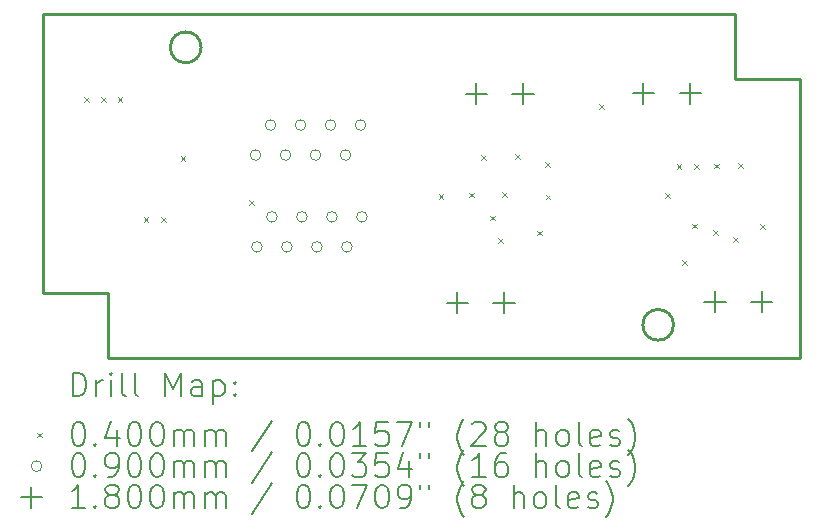
<source format=gbr>
%TF.GenerationSoftware,KiCad,Pcbnew,8.0.0-rc1*%
%TF.CreationDate,2025-03-11T15:01:52+03:00*%
%TF.ProjectId,KSS_MD_V1.0,4b53535f-4d44-45f5-9631-2e302e6b6963,rev?*%
%TF.SameCoordinates,Original*%
%TF.FileFunction,Drillmap*%
%TF.FilePolarity,Positive*%
%FSLAX45Y45*%
G04 Gerber Fmt 4.5, Leading zero omitted, Abs format (unit mm)*
G04 Created by KiCad (PCBNEW 8.0.0-rc1) date 2025-03-11 15:01:52*
%MOMM*%
%LPD*%
G01*
G04 APERTURE LIST*
%ADD10C,0.250000*%
%ADD11C,0.200000*%
%ADD12C,0.100000*%
%ADD13C,0.180000*%
G04 APERTURE END LIST*
D10*
X15726520Y-8155600D02*
X15176520Y-8155600D01*
X9316520Y-7605600D02*
X15176520Y-7605600D01*
X15176520Y-8155600D02*
X15176520Y-7605600D01*
X14651520Y-10235600D02*
G75*
G02*
X14391520Y-10235600I-130000J0D01*
G01*
X14391520Y-10235600D02*
G75*
G02*
X14651520Y-10235600I130000J0D01*
G01*
X9866520Y-9965600D02*
X9866520Y-10515600D01*
X15726520Y-8155600D02*
X15726520Y-10515600D01*
X9316520Y-9965600D02*
X9316520Y-7605600D01*
X15726520Y-10515600D02*
X9866520Y-10515600D01*
X9316520Y-9965600D02*
X9866520Y-9965600D01*
X10651520Y-7885600D02*
G75*
G02*
X10391520Y-7885600I-130000J0D01*
G01*
X10391520Y-7885600D02*
G75*
G02*
X10651520Y-7885600I130000J0D01*
G01*
D11*
D12*
X9660520Y-8306600D02*
X9700520Y-8346600D01*
X9700520Y-8306600D02*
X9660520Y-8346600D01*
X9807520Y-8308600D02*
X9847520Y-8348600D01*
X9847520Y-8308600D02*
X9807520Y-8348600D01*
X9944520Y-8305600D02*
X9984520Y-8345600D01*
X9984520Y-8305600D02*
X9944520Y-8345600D01*
X10166520Y-9325600D02*
X10206520Y-9365600D01*
X10206520Y-9325600D02*
X10166520Y-9365600D01*
X10316520Y-9325600D02*
X10356520Y-9365600D01*
X10356520Y-9325600D02*
X10316520Y-9365600D01*
X10479020Y-8808100D02*
X10519020Y-8848100D01*
X10519020Y-8808100D02*
X10479020Y-8848100D01*
X11057520Y-9179600D02*
X11097520Y-9219600D01*
X11097520Y-9179600D02*
X11057520Y-9219600D01*
X12662520Y-9128600D02*
X12702520Y-9168600D01*
X12702520Y-9128600D02*
X12662520Y-9168600D01*
X12923520Y-9115600D02*
X12963520Y-9155600D01*
X12963520Y-9115600D02*
X12923520Y-9155600D01*
X13023520Y-8798600D02*
X13063520Y-8838600D01*
X13063520Y-8798600D02*
X13023520Y-8838600D01*
X13096220Y-9311600D02*
X13136220Y-9351600D01*
X13136220Y-9311600D02*
X13096220Y-9351600D01*
X13167520Y-9500600D02*
X13207520Y-9540600D01*
X13207520Y-9500600D02*
X13167520Y-9540600D01*
X13203520Y-9112600D02*
X13243520Y-9152600D01*
X13243520Y-9112600D02*
X13203520Y-9152600D01*
X13309520Y-8789600D02*
X13349520Y-8829600D01*
X13349520Y-8789600D02*
X13309520Y-8829600D01*
X13494613Y-9437507D02*
X13534613Y-9477507D01*
X13534613Y-9437507D02*
X13494613Y-9477507D01*
X13562520Y-8857600D02*
X13602520Y-8897600D01*
X13602520Y-8857600D02*
X13562520Y-8897600D01*
X13569520Y-9133600D02*
X13609520Y-9173600D01*
X13609520Y-9133600D02*
X13569520Y-9173600D01*
X14022520Y-8366600D02*
X14062520Y-8406600D01*
X14062520Y-8366600D02*
X14022520Y-8406600D01*
X14578520Y-9120600D02*
X14618520Y-9160600D01*
X14618520Y-9120600D02*
X14578520Y-9160600D01*
X14678520Y-8873600D02*
X14718520Y-8913600D01*
X14718520Y-8873600D02*
X14678520Y-8913600D01*
X14722520Y-9690600D02*
X14762520Y-9730600D01*
X14762520Y-9690600D02*
X14722520Y-9730600D01*
X14810520Y-9377600D02*
X14850520Y-9417600D01*
X14850520Y-9377600D02*
X14810520Y-9417600D01*
X14826520Y-8873600D02*
X14866520Y-8913600D01*
X14866520Y-8873600D02*
X14826520Y-8913600D01*
X14988520Y-9432600D02*
X15028520Y-9472600D01*
X15028520Y-9432600D02*
X14988520Y-9472600D01*
X14998520Y-8870600D02*
X15038520Y-8910600D01*
X15038520Y-8870600D02*
X14998520Y-8910600D01*
X15157475Y-9490458D02*
X15197475Y-9530458D01*
X15197475Y-9490458D02*
X15157475Y-9530458D01*
X15196520Y-8867600D02*
X15236520Y-8907600D01*
X15236520Y-8867600D02*
X15196520Y-8907600D01*
X15384520Y-9381600D02*
X15424520Y-9421600D01*
X15424520Y-9381600D02*
X15384520Y-9421600D01*
X11158450Y-8797860D02*
G75*
G02*
X11068450Y-8797860I-45000J0D01*
G01*
X11068450Y-8797860D02*
G75*
G02*
X11158450Y-8797860I45000J0D01*
G01*
X11169250Y-9575000D02*
G75*
G02*
X11079250Y-9575000I-45000J0D01*
G01*
X11079250Y-9575000D02*
G75*
G02*
X11169250Y-9575000I45000J0D01*
G01*
X11285450Y-8543860D02*
G75*
G02*
X11195450Y-8543860I-45000J0D01*
G01*
X11195450Y-8543860D02*
G75*
G02*
X11285450Y-8543860I45000J0D01*
G01*
X11296250Y-9321000D02*
G75*
G02*
X11206250Y-9321000I-45000J0D01*
G01*
X11206250Y-9321000D02*
G75*
G02*
X11296250Y-9321000I45000J0D01*
G01*
X11412450Y-8797860D02*
G75*
G02*
X11322450Y-8797860I-45000J0D01*
G01*
X11322450Y-8797860D02*
G75*
G02*
X11412450Y-8797860I45000J0D01*
G01*
X11423250Y-9575000D02*
G75*
G02*
X11333250Y-9575000I-45000J0D01*
G01*
X11333250Y-9575000D02*
G75*
G02*
X11423250Y-9575000I45000J0D01*
G01*
X11539450Y-8543860D02*
G75*
G02*
X11449450Y-8543860I-45000J0D01*
G01*
X11449450Y-8543860D02*
G75*
G02*
X11539450Y-8543860I45000J0D01*
G01*
X11550250Y-9321000D02*
G75*
G02*
X11460250Y-9321000I-45000J0D01*
G01*
X11460250Y-9321000D02*
G75*
G02*
X11550250Y-9321000I45000J0D01*
G01*
X11666450Y-8797860D02*
G75*
G02*
X11576450Y-8797860I-45000J0D01*
G01*
X11576450Y-8797860D02*
G75*
G02*
X11666450Y-8797860I45000J0D01*
G01*
X11677250Y-9575000D02*
G75*
G02*
X11587250Y-9575000I-45000J0D01*
G01*
X11587250Y-9575000D02*
G75*
G02*
X11677250Y-9575000I45000J0D01*
G01*
X11793450Y-8543860D02*
G75*
G02*
X11703450Y-8543860I-45000J0D01*
G01*
X11703450Y-8543860D02*
G75*
G02*
X11793450Y-8543860I45000J0D01*
G01*
X11804250Y-9321000D02*
G75*
G02*
X11714250Y-9321000I-45000J0D01*
G01*
X11714250Y-9321000D02*
G75*
G02*
X11804250Y-9321000I45000J0D01*
G01*
X11920450Y-8797860D02*
G75*
G02*
X11830450Y-8797860I-45000J0D01*
G01*
X11830450Y-8797860D02*
G75*
G02*
X11920450Y-8797860I45000J0D01*
G01*
X11931250Y-9575000D02*
G75*
G02*
X11841250Y-9575000I-45000J0D01*
G01*
X11841250Y-9575000D02*
G75*
G02*
X11931250Y-9575000I45000J0D01*
G01*
X12047450Y-8543860D02*
G75*
G02*
X11957450Y-8543860I-45000J0D01*
G01*
X11957450Y-8543860D02*
G75*
G02*
X12047450Y-8543860I45000J0D01*
G01*
X12058250Y-9321000D02*
G75*
G02*
X11968250Y-9321000I-45000J0D01*
G01*
X11968250Y-9321000D02*
G75*
G02*
X12058250Y-9321000I45000J0D01*
G01*
D13*
X12821520Y-9956600D02*
X12821520Y-10136600D01*
X12731520Y-10046600D02*
X12911520Y-10046600D01*
X12982060Y-8187940D02*
X12982060Y-8367940D01*
X12892060Y-8277940D02*
X13072060Y-8277940D01*
X13217520Y-9956600D02*
X13217520Y-10136600D01*
X13127520Y-10046600D02*
X13307520Y-10046600D01*
X13378060Y-8187940D02*
X13378060Y-8367940D01*
X13288060Y-8277940D02*
X13468060Y-8277940D01*
X14396720Y-8185400D02*
X14396720Y-8365400D01*
X14306720Y-8275400D02*
X14486720Y-8275400D01*
X14792720Y-8185400D02*
X14792720Y-8365400D01*
X14702720Y-8275400D02*
X14882720Y-8275400D01*
X15002520Y-9950600D02*
X15002520Y-10130600D01*
X14912520Y-10040600D02*
X15092520Y-10040600D01*
X15398520Y-9950600D02*
X15398520Y-10130600D01*
X15308520Y-10040600D02*
X15488520Y-10040600D01*
D11*
X9564797Y-10839584D02*
X9564797Y-10639584D01*
X9564797Y-10639584D02*
X9612416Y-10639584D01*
X9612416Y-10639584D02*
X9640987Y-10649108D01*
X9640987Y-10649108D02*
X9660035Y-10668155D01*
X9660035Y-10668155D02*
X9669559Y-10687203D01*
X9669559Y-10687203D02*
X9679083Y-10725298D01*
X9679083Y-10725298D02*
X9679083Y-10753870D01*
X9679083Y-10753870D02*
X9669559Y-10791965D01*
X9669559Y-10791965D02*
X9660035Y-10811012D01*
X9660035Y-10811012D02*
X9640987Y-10830060D01*
X9640987Y-10830060D02*
X9612416Y-10839584D01*
X9612416Y-10839584D02*
X9564797Y-10839584D01*
X9764797Y-10839584D02*
X9764797Y-10706250D01*
X9764797Y-10744346D02*
X9774321Y-10725298D01*
X9774321Y-10725298D02*
X9783844Y-10715774D01*
X9783844Y-10715774D02*
X9802892Y-10706250D01*
X9802892Y-10706250D02*
X9821940Y-10706250D01*
X9888606Y-10839584D02*
X9888606Y-10706250D01*
X9888606Y-10639584D02*
X9879083Y-10649108D01*
X9879083Y-10649108D02*
X9888606Y-10658631D01*
X9888606Y-10658631D02*
X9898130Y-10649108D01*
X9898130Y-10649108D02*
X9888606Y-10639584D01*
X9888606Y-10639584D02*
X9888606Y-10658631D01*
X10012416Y-10839584D02*
X9993368Y-10830060D01*
X9993368Y-10830060D02*
X9983844Y-10811012D01*
X9983844Y-10811012D02*
X9983844Y-10639584D01*
X10117178Y-10839584D02*
X10098130Y-10830060D01*
X10098130Y-10830060D02*
X10088606Y-10811012D01*
X10088606Y-10811012D02*
X10088606Y-10639584D01*
X10345749Y-10839584D02*
X10345749Y-10639584D01*
X10345749Y-10639584D02*
X10412416Y-10782441D01*
X10412416Y-10782441D02*
X10479083Y-10639584D01*
X10479083Y-10639584D02*
X10479083Y-10839584D01*
X10660035Y-10839584D02*
X10660035Y-10734822D01*
X10660035Y-10734822D02*
X10650511Y-10715774D01*
X10650511Y-10715774D02*
X10631464Y-10706250D01*
X10631464Y-10706250D02*
X10593368Y-10706250D01*
X10593368Y-10706250D02*
X10574321Y-10715774D01*
X10660035Y-10830060D02*
X10640987Y-10839584D01*
X10640987Y-10839584D02*
X10593368Y-10839584D01*
X10593368Y-10839584D02*
X10574321Y-10830060D01*
X10574321Y-10830060D02*
X10564797Y-10811012D01*
X10564797Y-10811012D02*
X10564797Y-10791965D01*
X10564797Y-10791965D02*
X10574321Y-10772917D01*
X10574321Y-10772917D02*
X10593368Y-10763393D01*
X10593368Y-10763393D02*
X10640987Y-10763393D01*
X10640987Y-10763393D02*
X10660035Y-10753870D01*
X10755273Y-10706250D02*
X10755273Y-10906250D01*
X10755273Y-10715774D02*
X10774321Y-10706250D01*
X10774321Y-10706250D02*
X10812416Y-10706250D01*
X10812416Y-10706250D02*
X10831464Y-10715774D01*
X10831464Y-10715774D02*
X10840987Y-10725298D01*
X10840987Y-10725298D02*
X10850511Y-10744346D01*
X10850511Y-10744346D02*
X10850511Y-10801489D01*
X10850511Y-10801489D02*
X10840987Y-10820536D01*
X10840987Y-10820536D02*
X10831464Y-10830060D01*
X10831464Y-10830060D02*
X10812416Y-10839584D01*
X10812416Y-10839584D02*
X10774321Y-10839584D01*
X10774321Y-10839584D02*
X10755273Y-10830060D01*
X10936225Y-10820536D02*
X10945749Y-10830060D01*
X10945749Y-10830060D02*
X10936225Y-10839584D01*
X10936225Y-10839584D02*
X10926702Y-10830060D01*
X10926702Y-10830060D02*
X10936225Y-10820536D01*
X10936225Y-10820536D02*
X10936225Y-10839584D01*
X10936225Y-10715774D02*
X10945749Y-10725298D01*
X10945749Y-10725298D02*
X10936225Y-10734822D01*
X10936225Y-10734822D02*
X10926702Y-10725298D01*
X10926702Y-10725298D02*
X10936225Y-10715774D01*
X10936225Y-10715774D02*
X10936225Y-10734822D01*
D12*
X9264020Y-11148100D02*
X9304020Y-11188100D01*
X9304020Y-11148100D02*
X9264020Y-11188100D01*
D11*
X9602892Y-11059584D02*
X9621940Y-11059584D01*
X9621940Y-11059584D02*
X9640987Y-11069108D01*
X9640987Y-11069108D02*
X9650511Y-11078631D01*
X9650511Y-11078631D02*
X9660035Y-11097679D01*
X9660035Y-11097679D02*
X9669559Y-11135774D01*
X9669559Y-11135774D02*
X9669559Y-11183393D01*
X9669559Y-11183393D02*
X9660035Y-11221488D01*
X9660035Y-11221488D02*
X9650511Y-11240536D01*
X9650511Y-11240536D02*
X9640987Y-11250060D01*
X9640987Y-11250060D02*
X9621940Y-11259584D01*
X9621940Y-11259584D02*
X9602892Y-11259584D01*
X9602892Y-11259584D02*
X9583844Y-11250060D01*
X9583844Y-11250060D02*
X9574321Y-11240536D01*
X9574321Y-11240536D02*
X9564797Y-11221488D01*
X9564797Y-11221488D02*
X9555273Y-11183393D01*
X9555273Y-11183393D02*
X9555273Y-11135774D01*
X9555273Y-11135774D02*
X9564797Y-11097679D01*
X9564797Y-11097679D02*
X9574321Y-11078631D01*
X9574321Y-11078631D02*
X9583844Y-11069108D01*
X9583844Y-11069108D02*
X9602892Y-11059584D01*
X9755273Y-11240536D02*
X9764797Y-11250060D01*
X9764797Y-11250060D02*
X9755273Y-11259584D01*
X9755273Y-11259584D02*
X9745749Y-11250060D01*
X9745749Y-11250060D02*
X9755273Y-11240536D01*
X9755273Y-11240536D02*
X9755273Y-11259584D01*
X9936225Y-11126250D02*
X9936225Y-11259584D01*
X9888606Y-11050060D02*
X9840987Y-11192917D01*
X9840987Y-11192917D02*
X9964797Y-11192917D01*
X10079083Y-11059584D02*
X10098130Y-11059584D01*
X10098130Y-11059584D02*
X10117178Y-11069108D01*
X10117178Y-11069108D02*
X10126702Y-11078631D01*
X10126702Y-11078631D02*
X10136225Y-11097679D01*
X10136225Y-11097679D02*
X10145749Y-11135774D01*
X10145749Y-11135774D02*
X10145749Y-11183393D01*
X10145749Y-11183393D02*
X10136225Y-11221488D01*
X10136225Y-11221488D02*
X10126702Y-11240536D01*
X10126702Y-11240536D02*
X10117178Y-11250060D01*
X10117178Y-11250060D02*
X10098130Y-11259584D01*
X10098130Y-11259584D02*
X10079083Y-11259584D01*
X10079083Y-11259584D02*
X10060035Y-11250060D01*
X10060035Y-11250060D02*
X10050511Y-11240536D01*
X10050511Y-11240536D02*
X10040987Y-11221488D01*
X10040987Y-11221488D02*
X10031464Y-11183393D01*
X10031464Y-11183393D02*
X10031464Y-11135774D01*
X10031464Y-11135774D02*
X10040987Y-11097679D01*
X10040987Y-11097679D02*
X10050511Y-11078631D01*
X10050511Y-11078631D02*
X10060035Y-11069108D01*
X10060035Y-11069108D02*
X10079083Y-11059584D01*
X10269559Y-11059584D02*
X10288606Y-11059584D01*
X10288606Y-11059584D02*
X10307654Y-11069108D01*
X10307654Y-11069108D02*
X10317178Y-11078631D01*
X10317178Y-11078631D02*
X10326702Y-11097679D01*
X10326702Y-11097679D02*
X10336225Y-11135774D01*
X10336225Y-11135774D02*
X10336225Y-11183393D01*
X10336225Y-11183393D02*
X10326702Y-11221488D01*
X10326702Y-11221488D02*
X10317178Y-11240536D01*
X10317178Y-11240536D02*
X10307654Y-11250060D01*
X10307654Y-11250060D02*
X10288606Y-11259584D01*
X10288606Y-11259584D02*
X10269559Y-11259584D01*
X10269559Y-11259584D02*
X10250511Y-11250060D01*
X10250511Y-11250060D02*
X10240987Y-11240536D01*
X10240987Y-11240536D02*
X10231464Y-11221488D01*
X10231464Y-11221488D02*
X10221940Y-11183393D01*
X10221940Y-11183393D02*
X10221940Y-11135774D01*
X10221940Y-11135774D02*
X10231464Y-11097679D01*
X10231464Y-11097679D02*
X10240987Y-11078631D01*
X10240987Y-11078631D02*
X10250511Y-11069108D01*
X10250511Y-11069108D02*
X10269559Y-11059584D01*
X10421940Y-11259584D02*
X10421940Y-11126250D01*
X10421940Y-11145298D02*
X10431464Y-11135774D01*
X10431464Y-11135774D02*
X10450511Y-11126250D01*
X10450511Y-11126250D02*
X10479083Y-11126250D01*
X10479083Y-11126250D02*
X10498130Y-11135774D01*
X10498130Y-11135774D02*
X10507654Y-11154822D01*
X10507654Y-11154822D02*
X10507654Y-11259584D01*
X10507654Y-11154822D02*
X10517178Y-11135774D01*
X10517178Y-11135774D02*
X10536225Y-11126250D01*
X10536225Y-11126250D02*
X10564797Y-11126250D01*
X10564797Y-11126250D02*
X10583845Y-11135774D01*
X10583845Y-11135774D02*
X10593368Y-11154822D01*
X10593368Y-11154822D02*
X10593368Y-11259584D01*
X10688606Y-11259584D02*
X10688606Y-11126250D01*
X10688606Y-11145298D02*
X10698130Y-11135774D01*
X10698130Y-11135774D02*
X10717178Y-11126250D01*
X10717178Y-11126250D02*
X10745749Y-11126250D01*
X10745749Y-11126250D02*
X10764797Y-11135774D01*
X10764797Y-11135774D02*
X10774321Y-11154822D01*
X10774321Y-11154822D02*
X10774321Y-11259584D01*
X10774321Y-11154822D02*
X10783845Y-11135774D01*
X10783845Y-11135774D02*
X10802892Y-11126250D01*
X10802892Y-11126250D02*
X10831464Y-11126250D01*
X10831464Y-11126250D02*
X10850511Y-11135774D01*
X10850511Y-11135774D02*
X10860035Y-11154822D01*
X10860035Y-11154822D02*
X10860035Y-11259584D01*
X11250511Y-11050060D02*
X11079083Y-11307203D01*
X11507654Y-11059584D02*
X11526702Y-11059584D01*
X11526702Y-11059584D02*
X11545749Y-11069108D01*
X11545749Y-11069108D02*
X11555273Y-11078631D01*
X11555273Y-11078631D02*
X11564797Y-11097679D01*
X11564797Y-11097679D02*
X11574321Y-11135774D01*
X11574321Y-11135774D02*
X11574321Y-11183393D01*
X11574321Y-11183393D02*
X11564797Y-11221488D01*
X11564797Y-11221488D02*
X11555273Y-11240536D01*
X11555273Y-11240536D02*
X11545749Y-11250060D01*
X11545749Y-11250060D02*
X11526702Y-11259584D01*
X11526702Y-11259584D02*
X11507654Y-11259584D01*
X11507654Y-11259584D02*
X11488606Y-11250060D01*
X11488606Y-11250060D02*
X11479083Y-11240536D01*
X11479083Y-11240536D02*
X11469559Y-11221488D01*
X11469559Y-11221488D02*
X11460035Y-11183393D01*
X11460035Y-11183393D02*
X11460035Y-11135774D01*
X11460035Y-11135774D02*
X11469559Y-11097679D01*
X11469559Y-11097679D02*
X11479083Y-11078631D01*
X11479083Y-11078631D02*
X11488606Y-11069108D01*
X11488606Y-11069108D02*
X11507654Y-11059584D01*
X11660035Y-11240536D02*
X11669559Y-11250060D01*
X11669559Y-11250060D02*
X11660035Y-11259584D01*
X11660035Y-11259584D02*
X11650511Y-11250060D01*
X11650511Y-11250060D02*
X11660035Y-11240536D01*
X11660035Y-11240536D02*
X11660035Y-11259584D01*
X11793368Y-11059584D02*
X11812416Y-11059584D01*
X11812416Y-11059584D02*
X11831464Y-11069108D01*
X11831464Y-11069108D02*
X11840987Y-11078631D01*
X11840987Y-11078631D02*
X11850511Y-11097679D01*
X11850511Y-11097679D02*
X11860035Y-11135774D01*
X11860035Y-11135774D02*
X11860035Y-11183393D01*
X11860035Y-11183393D02*
X11850511Y-11221488D01*
X11850511Y-11221488D02*
X11840987Y-11240536D01*
X11840987Y-11240536D02*
X11831464Y-11250060D01*
X11831464Y-11250060D02*
X11812416Y-11259584D01*
X11812416Y-11259584D02*
X11793368Y-11259584D01*
X11793368Y-11259584D02*
X11774321Y-11250060D01*
X11774321Y-11250060D02*
X11764797Y-11240536D01*
X11764797Y-11240536D02*
X11755273Y-11221488D01*
X11755273Y-11221488D02*
X11745749Y-11183393D01*
X11745749Y-11183393D02*
X11745749Y-11135774D01*
X11745749Y-11135774D02*
X11755273Y-11097679D01*
X11755273Y-11097679D02*
X11764797Y-11078631D01*
X11764797Y-11078631D02*
X11774321Y-11069108D01*
X11774321Y-11069108D02*
X11793368Y-11059584D01*
X12050511Y-11259584D02*
X11936226Y-11259584D01*
X11993368Y-11259584D02*
X11993368Y-11059584D01*
X11993368Y-11059584D02*
X11974321Y-11088155D01*
X11974321Y-11088155D02*
X11955273Y-11107203D01*
X11955273Y-11107203D02*
X11936226Y-11116727D01*
X12231464Y-11059584D02*
X12136226Y-11059584D01*
X12136226Y-11059584D02*
X12126702Y-11154822D01*
X12126702Y-11154822D02*
X12136226Y-11145298D01*
X12136226Y-11145298D02*
X12155273Y-11135774D01*
X12155273Y-11135774D02*
X12202892Y-11135774D01*
X12202892Y-11135774D02*
X12221940Y-11145298D01*
X12221940Y-11145298D02*
X12231464Y-11154822D01*
X12231464Y-11154822D02*
X12240987Y-11173870D01*
X12240987Y-11173870D02*
X12240987Y-11221488D01*
X12240987Y-11221488D02*
X12231464Y-11240536D01*
X12231464Y-11240536D02*
X12221940Y-11250060D01*
X12221940Y-11250060D02*
X12202892Y-11259584D01*
X12202892Y-11259584D02*
X12155273Y-11259584D01*
X12155273Y-11259584D02*
X12136226Y-11250060D01*
X12136226Y-11250060D02*
X12126702Y-11240536D01*
X12307654Y-11059584D02*
X12440987Y-11059584D01*
X12440987Y-11059584D02*
X12355273Y-11259584D01*
X12507654Y-11059584D02*
X12507654Y-11097679D01*
X12583845Y-11059584D02*
X12583845Y-11097679D01*
X12879083Y-11335774D02*
X12869559Y-11326250D01*
X12869559Y-11326250D02*
X12850511Y-11297679D01*
X12850511Y-11297679D02*
X12840988Y-11278631D01*
X12840988Y-11278631D02*
X12831464Y-11250060D01*
X12831464Y-11250060D02*
X12821940Y-11202441D01*
X12821940Y-11202441D02*
X12821940Y-11164346D01*
X12821940Y-11164346D02*
X12831464Y-11116727D01*
X12831464Y-11116727D02*
X12840988Y-11088155D01*
X12840988Y-11088155D02*
X12850511Y-11069108D01*
X12850511Y-11069108D02*
X12869559Y-11040536D01*
X12869559Y-11040536D02*
X12879083Y-11031012D01*
X12945749Y-11078631D02*
X12955273Y-11069108D01*
X12955273Y-11069108D02*
X12974321Y-11059584D01*
X12974321Y-11059584D02*
X13021940Y-11059584D01*
X13021940Y-11059584D02*
X13040988Y-11069108D01*
X13040988Y-11069108D02*
X13050511Y-11078631D01*
X13050511Y-11078631D02*
X13060035Y-11097679D01*
X13060035Y-11097679D02*
X13060035Y-11116727D01*
X13060035Y-11116727D02*
X13050511Y-11145298D01*
X13050511Y-11145298D02*
X12936226Y-11259584D01*
X12936226Y-11259584D02*
X13060035Y-11259584D01*
X13174321Y-11145298D02*
X13155273Y-11135774D01*
X13155273Y-11135774D02*
X13145749Y-11126250D01*
X13145749Y-11126250D02*
X13136226Y-11107203D01*
X13136226Y-11107203D02*
X13136226Y-11097679D01*
X13136226Y-11097679D02*
X13145749Y-11078631D01*
X13145749Y-11078631D02*
X13155273Y-11069108D01*
X13155273Y-11069108D02*
X13174321Y-11059584D01*
X13174321Y-11059584D02*
X13212416Y-11059584D01*
X13212416Y-11059584D02*
X13231464Y-11069108D01*
X13231464Y-11069108D02*
X13240988Y-11078631D01*
X13240988Y-11078631D02*
X13250511Y-11097679D01*
X13250511Y-11097679D02*
X13250511Y-11107203D01*
X13250511Y-11107203D02*
X13240988Y-11126250D01*
X13240988Y-11126250D02*
X13231464Y-11135774D01*
X13231464Y-11135774D02*
X13212416Y-11145298D01*
X13212416Y-11145298D02*
X13174321Y-11145298D01*
X13174321Y-11145298D02*
X13155273Y-11154822D01*
X13155273Y-11154822D02*
X13145749Y-11164346D01*
X13145749Y-11164346D02*
X13136226Y-11183393D01*
X13136226Y-11183393D02*
X13136226Y-11221488D01*
X13136226Y-11221488D02*
X13145749Y-11240536D01*
X13145749Y-11240536D02*
X13155273Y-11250060D01*
X13155273Y-11250060D02*
X13174321Y-11259584D01*
X13174321Y-11259584D02*
X13212416Y-11259584D01*
X13212416Y-11259584D02*
X13231464Y-11250060D01*
X13231464Y-11250060D02*
X13240988Y-11240536D01*
X13240988Y-11240536D02*
X13250511Y-11221488D01*
X13250511Y-11221488D02*
X13250511Y-11183393D01*
X13250511Y-11183393D02*
X13240988Y-11164346D01*
X13240988Y-11164346D02*
X13231464Y-11154822D01*
X13231464Y-11154822D02*
X13212416Y-11145298D01*
X13488607Y-11259584D02*
X13488607Y-11059584D01*
X13574321Y-11259584D02*
X13574321Y-11154822D01*
X13574321Y-11154822D02*
X13564797Y-11135774D01*
X13564797Y-11135774D02*
X13545750Y-11126250D01*
X13545750Y-11126250D02*
X13517178Y-11126250D01*
X13517178Y-11126250D02*
X13498130Y-11135774D01*
X13498130Y-11135774D02*
X13488607Y-11145298D01*
X13698130Y-11259584D02*
X13679083Y-11250060D01*
X13679083Y-11250060D02*
X13669559Y-11240536D01*
X13669559Y-11240536D02*
X13660035Y-11221488D01*
X13660035Y-11221488D02*
X13660035Y-11164346D01*
X13660035Y-11164346D02*
X13669559Y-11145298D01*
X13669559Y-11145298D02*
X13679083Y-11135774D01*
X13679083Y-11135774D02*
X13698130Y-11126250D01*
X13698130Y-11126250D02*
X13726702Y-11126250D01*
X13726702Y-11126250D02*
X13745750Y-11135774D01*
X13745750Y-11135774D02*
X13755273Y-11145298D01*
X13755273Y-11145298D02*
X13764797Y-11164346D01*
X13764797Y-11164346D02*
X13764797Y-11221488D01*
X13764797Y-11221488D02*
X13755273Y-11240536D01*
X13755273Y-11240536D02*
X13745750Y-11250060D01*
X13745750Y-11250060D02*
X13726702Y-11259584D01*
X13726702Y-11259584D02*
X13698130Y-11259584D01*
X13879083Y-11259584D02*
X13860035Y-11250060D01*
X13860035Y-11250060D02*
X13850511Y-11231012D01*
X13850511Y-11231012D02*
X13850511Y-11059584D01*
X14031464Y-11250060D02*
X14012416Y-11259584D01*
X14012416Y-11259584D02*
X13974321Y-11259584D01*
X13974321Y-11259584D02*
X13955273Y-11250060D01*
X13955273Y-11250060D02*
X13945750Y-11231012D01*
X13945750Y-11231012D02*
X13945750Y-11154822D01*
X13945750Y-11154822D02*
X13955273Y-11135774D01*
X13955273Y-11135774D02*
X13974321Y-11126250D01*
X13974321Y-11126250D02*
X14012416Y-11126250D01*
X14012416Y-11126250D02*
X14031464Y-11135774D01*
X14031464Y-11135774D02*
X14040988Y-11154822D01*
X14040988Y-11154822D02*
X14040988Y-11173870D01*
X14040988Y-11173870D02*
X13945750Y-11192917D01*
X14117178Y-11250060D02*
X14136226Y-11259584D01*
X14136226Y-11259584D02*
X14174321Y-11259584D01*
X14174321Y-11259584D02*
X14193369Y-11250060D01*
X14193369Y-11250060D02*
X14202892Y-11231012D01*
X14202892Y-11231012D02*
X14202892Y-11221488D01*
X14202892Y-11221488D02*
X14193369Y-11202441D01*
X14193369Y-11202441D02*
X14174321Y-11192917D01*
X14174321Y-11192917D02*
X14145750Y-11192917D01*
X14145750Y-11192917D02*
X14126702Y-11183393D01*
X14126702Y-11183393D02*
X14117178Y-11164346D01*
X14117178Y-11164346D02*
X14117178Y-11154822D01*
X14117178Y-11154822D02*
X14126702Y-11135774D01*
X14126702Y-11135774D02*
X14145750Y-11126250D01*
X14145750Y-11126250D02*
X14174321Y-11126250D01*
X14174321Y-11126250D02*
X14193369Y-11135774D01*
X14269559Y-11335774D02*
X14279083Y-11326250D01*
X14279083Y-11326250D02*
X14298131Y-11297679D01*
X14298131Y-11297679D02*
X14307654Y-11278631D01*
X14307654Y-11278631D02*
X14317178Y-11250060D01*
X14317178Y-11250060D02*
X14326702Y-11202441D01*
X14326702Y-11202441D02*
X14326702Y-11164346D01*
X14326702Y-11164346D02*
X14317178Y-11116727D01*
X14317178Y-11116727D02*
X14307654Y-11088155D01*
X14307654Y-11088155D02*
X14298131Y-11069108D01*
X14298131Y-11069108D02*
X14279083Y-11040536D01*
X14279083Y-11040536D02*
X14269559Y-11031012D01*
D12*
X9304020Y-11432100D02*
G75*
G02*
X9214020Y-11432100I-45000J0D01*
G01*
X9214020Y-11432100D02*
G75*
G02*
X9304020Y-11432100I45000J0D01*
G01*
D11*
X9602892Y-11323584D02*
X9621940Y-11323584D01*
X9621940Y-11323584D02*
X9640987Y-11333108D01*
X9640987Y-11333108D02*
X9650511Y-11342631D01*
X9650511Y-11342631D02*
X9660035Y-11361679D01*
X9660035Y-11361679D02*
X9669559Y-11399774D01*
X9669559Y-11399774D02*
X9669559Y-11447393D01*
X9669559Y-11447393D02*
X9660035Y-11485488D01*
X9660035Y-11485488D02*
X9650511Y-11504536D01*
X9650511Y-11504536D02*
X9640987Y-11514060D01*
X9640987Y-11514060D02*
X9621940Y-11523584D01*
X9621940Y-11523584D02*
X9602892Y-11523584D01*
X9602892Y-11523584D02*
X9583844Y-11514060D01*
X9583844Y-11514060D02*
X9574321Y-11504536D01*
X9574321Y-11504536D02*
X9564797Y-11485488D01*
X9564797Y-11485488D02*
X9555273Y-11447393D01*
X9555273Y-11447393D02*
X9555273Y-11399774D01*
X9555273Y-11399774D02*
X9564797Y-11361679D01*
X9564797Y-11361679D02*
X9574321Y-11342631D01*
X9574321Y-11342631D02*
X9583844Y-11333108D01*
X9583844Y-11333108D02*
X9602892Y-11323584D01*
X9755273Y-11504536D02*
X9764797Y-11514060D01*
X9764797Y-11514060D02*
X9755273Y-11523584D01*
X9755273Y-11523584D02*
X9745749Y-11514060D01*
X9745749Y-11514060D02*
X9755273Y-11504536D01*
X9755273Y-11504536D02*
X9755273Y-11523584D01*
X9860035Y-11523584D02*
X9898130Y-11523584D01*
X9898130Y-11523584D02*
X9917178Y-11514060D01*
X9917178Y-11514060D02*
X9926702Y-11504536D01*
X9926702Y-11504536D02*
X9945749Y-11475965D01*
X9945749Y-11475965D02*
X9955273Y-11437869D01*
X9955273Y-11437869D02*
X9955273Y-11361679D01*
X9955273Y-11361679D02*
X9945749Y-11342631D01*
X9945749Y-11342631D02*
X9936225Y-11333108D01*
X9936225Y-11333108D02*
X9917178Y-11323584D01*
X9917178Y-11323584D02*
X9879083Y-11323584D01*
X9879083Y-11323584D02*
X9860035Y-11333108D01*
X9860035Y-11333108D02*
X9850511Y-11342631D01*
X9850511Y-11342631D02*
X9840987Y-11361679D01*
X9840987Y-11361679D02*
X9840987Y-11409298D01*
X9840987Y-11409298D02*
X9850511Y-11428346D01*
X9850511Y-11428346D02*
X9860035Y-11437869D01*
X9860035Y-11437869D02*
X9879083Y-11447393D01*
X9879083Y-11447393D02*
X9917178Y-11447393D01*
X9917178Y-11447393D02*
X9936225Y-11437869D01*
X9936225Y-11437869D02*
X9945749Y-11428346D01*
X9945749Y-11428346D02*
X9955273Y-11409298D01*
X10079083Y-11323584D02*
X10098130Y-11323584D01*
X10098130Y-11323584D02*
X10117178Y-11333108D01*
X10117178Y-11333108D02*
X10126702Y-11342631D01*
X10126702Y-11342631D02*
X10136225Y-11361679D01*
X10136225Y-11361679D02*
X10145749Y-11399774D01*
X10145749Y-11399774D02*
X10145749Y-11447393D01*
X10145749Y-11447393D02*
X10136225Y-11485488D01*
X10136225Y-11485488D02*
X10126702Y-11504536D01*
X10126702Y-11504536D02*
X10117178Y-11514060D01*
X10117178Y-11514060D02*
X10098130Y-11523584D01*
X10098130Y-11523584D02*
X10079083Y-11523584D01*
X10079083Y-11523584D02*
X10060035Y-11514060D01*
X10060035Y-11514060D02*
X10050511Y-11504536D01*
X10050511Y-11504536D02*
X10040987Y-11485488D01*
X10040987Y-11485488D02*
X10031464Y-11447393D01*
X10031464Y-11447393D02*
X10031464Y-11399774D01*
X10031464Y-11399774D02*
X10040987Y-11361679D01*
X10040987Y-11361679D02*
X10050511Y-11342631D01*
X10050511Y-11342631D02*
X10060035Y-11333108D01*
X10060035Y-11333108D02*
X10079083Y-11323584D01*
X10269559Y-11323584D02*
X10288606Y-11323584D01*
X10288606Y-11323584D02*
X10307654Y-11333108D01*
X10307654Y-11333108D02*
X10317178Y-11342631D01*
X10317178Y-11342631D02*
X10326702Y-11361679D01*
X10326702Y-11361679D02*
X10336225Y-11399774D01*
X10336225Y-11399774D02*
X10336225Y-11447393D01*
X10336225Y-11447393D02*
X10326702Y-11485488D01*
X10326702Y-11485488D02*
X10317178Y-11504536D01*
X10317178Y-11504536D02*
X10307654Y-11514060D01*
X10307654Y-11514060D02*
X10288606Y-11523584D01*
X10288606Y-11523584D02*
X10269559Y-11523584D01*
X10269559Y-11523584D02*
X10250511Y-11514060D01*
X10250511Y-11514060D02*
X10240987Y-11504536D01*
X10240987Y-11504536D02*
X10231464Y-11485488D01*
X10231464Y-11485488D02*
X10221940Y-11447393D01*
X10221940Y-11447393D02*
X10221940Y-11399774D01*
X10221940Y-11399774D02*
X10231464Y-11361679D01*
X10231464Y-11361679D02*
X10240987Y-11342631D01*
X10240987Y-11342631D02*
X10250511Y-11333108D01*
X10250511Y-11333108D02*
X10269559Y-11323584D01*
X10421940Y-11523584D02*
X10421940Y-11390250D01*
X10421940Y-11409298D02*
X10431464Y-11399774D01*
X10431464Y-11399774D02*
X10450511Y-11390250D01*
X10450511Y-11390250D02*
X10479083Y-11390250D01*
X10479083Y-11390250D02*
X10498130Y-11399774D01*
X10498130Y-11399774D02*
X10507654Y-11418822D01*
X10507654Y-11418822D02*
X10507654Y-11523584D01*
X10507654Y-11418822D02*
X10517178Y-11399774D01*
X10517178Y-11399774D02*
X10536225Y-11390250D01*
X10536225Y-11390250D02*
X10564797Y-11390250D01*
X10564797Y-11390250D02*
X10583845Y-11399774D01*
X10583845Y-11399774D02*
X10593368Y-11418822D01*
X10593368Y-11418822D02*
X10593368Y-11523584D01*
X10688606Y-11523584D02*
X10688606Y-11390250D01*
X10688606Y-11409298D02*
X10698130Y-11399774D01*
X10698130Y-11399774D02*
X10717178Y-11390250D01*
X10717178Y-11390250D02*
X10745749Y-11390250D01*
X10745749Y-11390250D02*
X10764797Y-11399774D01*
X10764797Y-11399774D02*
X10774321Y-11418822D01*
X10774321Y-11418822D02*
X10774321Y-11523584D01*
X10774321Y-11418822D02*
X10783845Y-11399774D01*
X10783845Y-11399774D02*
X10802892Y-11390250D01*
X10802892Y-11390250D02*
X10831464Y-11390250D01*
X10831464Y-11390250D02*
X10850511Y-11399774D01*
X10850511Y-11399774D02*
X10860035Y-11418822D01*
X10860035Y-11418822D02*
X10860035Y-11523584D01*
X11250511Y-11314060D02*
X11079083Y-11571203D01*
X11507654Y-11323584D02*
X11526702Y-11323584D01*
X11526702Y-11323584D02*
X11545749Y-11333108D01*
X11545749Y-11333108D02*
X11555273Y-11342631D01*
X11555273Y-11342631D02*
X11564797Y-11361679D01*
X11564797Y-11361679D02*
X11574321Y-11399774D01*
X11574321Y-11399774D02*
X11574321Y-11447393D01*
X11574321Y-11447393D02*
X11564797Y-11485488D01*
X11564797Y-11485488D02*
X11555273Y-11504536D01*
X11555273Y-11504536D02*
X11545749Y-11514060D01*
X11545749Y-11514060D02*
X11526702Y-11523584D01*
X11526702Y-11523584D02*
X11507654Y-11523584D01*
X11507654Y-11523584D02*
X11488606Y-11514060D01*
X11488606Y-11514060D02*
X11479083Y-11504536D01*
X11479083Y-11504536D02*
X11469559Y-11485488D01*
X11469559Y-11485488D02*
X11460035Y-11447393D01*
X11460035Y-11447393D02*
X11460035Y-11399774D01*
X11460035Y-11399774D02*
X11469559Y-11361679D01*
X11469559Y-11361679D02*
X11479083Y-11342631D01*
X11479083Y-11342631D02*
X11488606Y-11333108D01*
X11488606Y-11333108D02*
X11507654Y-11323584D01*
X11660035Y-11504536D02*
X11669559Y-11514060D01*
X11669559Y-11514060D02*
X11660035Y-11523584D01*
X11660035Y-11523584D02*
X11650511Y-11514060D01*
X11650511Y-11514060D02*
X11660035Y-11504536D01*
X11660035Y-11504536D02*
X11660035Y-11523584D01*
X11793368Y-11323584D02*
X11812416Y-11323584D01*
X11812416Y-11323584D02*
X11831464Y-11333108D01*
X11831464Y-11333108D02*
X11840987Y-11342631D01*
X11840987Y-11342631D02*
X11850511Y-11361679D01*
X11850511Y-11361679D02*
X11860035Y-11399774D01*
X11860035Y-11399774D02*
X11860035Y-11447393D01*
X11860035Y-11447393D02*
X11850511Y-11485488D01*
X11850511Y-11485488D02*
X11840987Y-11504536D01*
X11840987Y-11504536D02*
X11831464Y-11514060D01*
X11831464Y-11514060D02*
X11812416Y-11523584D01*
X11812416Y-11523584D02*
X11793368Y-11523584D01*
X11793368Y-11523584D02*
X11774321Y-11514060D01*
X11774321Y-11514060D02*
X11764797Y-11504536D01*
X11764797Y-11504536D02*
X11755273Y-11485488D01*
X11755273Y-11485488D02*
X11745749Y-11447393D01*
X11745749Y-11447393D02*
X11745749Y-11399774D01*
X11745749Y-11399774D02*
X11755273Y-11361679D01*
X11755273Y-11361679D02*
X11764797Y-11342631D01*
X11764797Y-11342631D02*
X11774321Y-11333108D01*
X11774321Y-11333108D02*
X11793368Y-11323584D01*
X11926702Y-11323584D02*
X12050511Y-11323584D01*
X12050511Y-11323584D02*
X11983845Y-11399774D01*
X11983845Y-11399774D02*
X12012416Y-11399774D01*
X12012416Y-11399774D02*
X12031464Y-11409298D01*
X12031464Y-11409298D02*
X12040987Y-11418822D01*
X12040987Y-11418822D02*
X12050511Y-11437869D01*
X12050511Y-11437869D02*
X12050511Y-11485488D01*
X12050511Y-11485488D02*
X12040987Y-11504536D01*
X12040987Y-11504536D02*
X12031464Y-11514060D01*
X12031464Y-11514060D02*
X12012416Y-11523584D01*
X12012416Y-11523584D02*
X11955273Y-11523584D01*
X11955273Y-11523584D02*
X11936226Y-11514060D01*
X11936226Y-11514060D02*
X11926702Y-11504536D01*
X12231464Y-11323584D02*
X12136226Y-11323584D01*
X12136226Y-11323584D02*
X12126702Y-11418822D01*
X12126702Y-11418822D02*
X12136226Y-11409298D01*
X12136226Y-11409298D02*
X12155273Y-11399774D01*
X12155273Y-11399774D02*
X12202892Y-11399774D01*
X12202892Y-11399774D02*
X12221940Y-11409298D01*
X12221940Y-11409298D02*
X12231464Y-11418822D01*
X12231464Y-11418822D02*
X12240987Y-11437869D01*
X12240987Y-11437869D02*
X12240987Y-11485488D01*
X12240987Y-11485488D02*
X12231464Y-11504536D01*
X12231464Y-11504536D02*
X12221940Y-11514060D01*
X12221940Y-11514060D02*
X12202892Y-11523584D01*
X12202892Y-11523584D02*
X12155273Y-11523584D01*
X12155273Y-11523584D02*
X12136226Y-11514060D01*
X12136226Y-11514060D02*
X12126702Y-11504536D01*
X12412416Y-11390250D02*
X12412416Y-11523584D01*
X12364797Y-11314060D02*
X12317178Y-11456917D01*
X12317178Y-11456917D02*
X12440987Y-11456917D01*
X12507654Y-11323584D02*
X12507654Y-11361679D01*
X12583845Y-11323584D02*
X12583845Y-11361679D01*
X12879083Y-11599774D02*
X12869559Y-11590250D01*
X12869559Y-11590250D02*
X12850511Y-11561679D01*
X12850511Y-11561679D02*
X12840988Y-11542631D01*
X12840988Y-11542631D02*
X12831464Y-11514060D01*
X12831464Y-11514060D02*
X12821940Y-11466441D01*
X12821940Y-11466441D02*
X12821940Y-11428346D01*
X12821940Y-11428346D02*
X12831464Y-11380727D01*
X12831464Y-11380727D02*
X12840988Y-11352155D01*
X12840988Y-11352155D02*
X12850511Y-11333108D01*
X12850511Y-11333108D02*
X12869559Y-11304536D01*
X12869559Y-11304536D02*
X12879083Y-11295012D01*
X13060035Y-11523584D02*
X12945749Y-11523584D01*
X13002892Y-11523584D02*
X13002892Y-11323584D01*
X13002892Y-11323584D02*
X12983845Y-11352155D01*
X12983845Y-11352155D02*
X12964797Y-11371203D01*
X12964797Y-11371203D02*
X12945749Y-11380727D01*
X13231464Y-11323584D02*
X13193368Y-11323584D01*
X13193368Y-11323584D02*
X13174321Y-11333108D01*
X13174321Y-11333108D02*
X13164797Y-11342631D01*
X13164797Y-11342631D02*
X13145749Y-11371203D01*
X13145749Y-11371203D02*
X13136226Y-11409298D01*
X13136226Y-11409298D02*
X13136226Y-11485488D01*
X13136226Y-11485488D02*
X13145749Y-11504536D01*
X13145749Y-11504536D02*
X13155273Y-11514060D01*
X13155273Y-11514060D02*
X13174321Y-11523584D01*
X13174321Y-11523584D02*
X13212416Y-11523584D01*
X13212416Y-11523584D02*
X13231464Y-11514060D01*
X13231464Y-11514060D02*
X13240988Y-11504536D01*
X13240988Y-11504536D02*
X13250511Y-11485488D01*
X13250511Y-11485488D02*
X13250511Y-11437869D01*
X13250511Y-11437869D02*
X13240988Y-11418822D01*
X13240988Y-11418822D02*
X13231464Y-11409298D01*
X13231464Y-11409298D02*
X13212416Y-11399774D01*
X13212416Y-11399774D02*
X13174321Y-11399774D01*
X13174321Y-11399774D02*
X13155273Y-11409298D01*
X13155273Y-11409298D02*
X13145749Y-11418822D01*
X13145749Y-11418822D02*
X13136226Y-11437869D01*
X13488607Y-11523584D02*
X13488607Y-11323584D01*
X13574321Y-11523584D02*
X13574321Y-11418822D01*
X13574321Y-11418822D02*
X13564797Y-11399774D01*
X13564797Y-11399774D02*
X13545750Y-11390250D01*
X13545750Y-11390250D02*
X13517178Y-11390250D01*
X13517178Y-11390250D02*
X13498130Y-11399774D01*
X13498130Y-11399774D02*
X13488607Y-11409298D01*
X13698130Y-11523584D02*
X13679083Y-11514060D01*
X13679083Y-11514060D02*
X13669559Y-11504536D01*
X13669559Y-11504536D02*
X13660035Y-11485488D01*
X13660035Y-11485488D02*
X13660035Y-11428346D01*
X13660035Y-11428346D02*
X13669559Y-11409298D01*
X13669559Y-11409298D02*
X13679083Y-11399774D01*
X13679083Y-11399774D02*
X13698130Y-11390250D01*
X13698130Y-11390250D02*
X13726702Y-11390250D01*
X13726702Y-11390250D02*
X13745750Y-11399774D01*
X13745750Y-11399774D02*
X13755273Y-11409298D01*
X13755273Y-11409298D02*
X13764797Y-11428346D01*
X13764797Y-11428346D02*
X13764797Y-11485488D01*
X13764797Y-11485488D02*
X13755273Y-11504536D01*
X13755273Y-11504536D02*
X13745750Y-11514060D01*
X13745750Y-11514060D02*
X13726702Y-11523584D01*
X13726702Y-11523584D02*
X13698130Y-11523584D01*
X13879083Y-11523584D02*
X13860035Y-11514060D01*
X13860035Y-11514060D02*
X13850511Y-11495012D01*
X13850511Y-11495012D02*
X13850511Y-11323584D01*
X14031464Y-11514060D02*
X14012416Y-11523584D01*
X14012416Y-11523584D02*
X13974321Y-11523584D01*
X13974321Y-11523584D02*
X13955273Y-11514060D01*
X13955273Y-11514060D02*
X13945750Y-11495012D01*
X13945750Y-11495012D02*
X13945750Y-11418822D01*
X13945750Y-11418822D02*
X13955273Y-11399774D01*
X13955273Y-11399774D02*
X13974321Y-11390250D01*
X13974321Y-11390250D02*
X14012416Y-11390250D01*
X14012416Y-11390250D02*
X14031464Y-11399774D01*
X14031464Y-11399774D02*
X14040988Y-11418822D01*
X14040988Y-11418822D02*
X14040988Y-11437869D01*
X14040988Y-11437869D02*
X13945750Y-11456917D01*
X14117178Y-11514060D02*
X14136226Y-11523584D01*
X14136226Y-11523584D02*
X14174321Y-11523584D01*
X14174321Y-11523584D02*
X14193369Y-11514060D01*
X14193369Y-11514060D02*
X14202892Y-11495012D01*
X14202892Y-11495012D02*
X14202892Y-11485488D01*
X14202892Y-11485488D02*
X14193369Y-11466441D01*
X14193369Y-11466441D02*
X14174321Y-11456917D01*
X14174321Y-11456917D02*
X14145750Y-11456917D01*
X14145750Y-11456917D02*
X14126702Y-11447393D01*
X14126702Y-11447393D02*
X14117178Y-11428346D01*
X14117178Y-11428346D02*
X14117178Y-11418822D01*
X14117178Y-11418822D02*
X14126702Y-11399774D01*
X14126702Y-11399774D02*
X14145750Y-11390250D01*
X14145750Y-11390250D02*
X14174321Y-11390250D01*
X14174321Y-11390250D02*
X14193369Y-11399774D01*
X14269559Y-11599774D02*
X14279083Y-11590250D01*
X14279083Y-11590250D02*
X14298131Y-11561679D01*
X14298131Y-11561679D02*
X14307654Y-11542631D01*
X14307654Y-11542631D02*
X14317178Y-11514060D01*
X14317178Y-11514060D02*
X14326702Y-11466441D01*
X14326702Y-11466441D02*
X14326702Y-11428346D01*
X14326702Y-11428346D02*
X14317178Y-11380727D01*
X14317178Y-11380727D02*
X14307654Y-11352155D01*
X14307654Y-11352155D02*
X14298131Y-11333108D01*
X14298131Y-11333108D02*
X14279083Y-11304536D01*
X14279083Y-11304536D02*
X14269559Y-11295012D01*
D13*
X9214020Y-11606100D02*
X9214020Y-11786100D01*
X9124020Y-11696100D02*
X9304020Y-11696100D01*
D11*
X9669559Y-11787584D02*
X9555273Y-11787584D01*
X9612416Y-11787584D02*
X9612416Y-11587584D01*
X9612416Y-11587584D02*
X9593368Y-11616155D01*
X9593368Y-11616155D02*
X9574321Y-11635203D01*
X9574321Y-11635203D02*
X9555273Y-11644727D01*
X9755273Y-11768536D02*
X9764797Y-11778060D01*
X9764797Y-11778060D02*
X9755273Y-11787584D01*
X9755273Y-11787584D02*
X9745749Y-11778060D01*
X9745749Y-11778060D02*
X9755273Y-11768536D01*
X9755273Y-11768536D02*
X9755273Y-11787584D01*
X9879083Y-11673298D02*
X9860035Y-11663774D01*
X9860035Y-11663774D02*
X9850511Y-11654250D01*
X9850511Y-11654250D02*
X9840987Y-11635203D01*
X9840987Y-11635203D02*
X9840987Y-11625679D01*
X9840987Y-11625679D02*
X9850511Y-11606631D01*
X9850511Y-11606631D02*
X9860035Y-11597108D01*
X9860035Y-11597108D02*
X9879083Y-11587584D01*
X9879083Y-11587584D02*
X9917178Y-11587584D01*
X9917178Y-11587584D02*
X9936225Y-11597108D01*
X9936225Y-11597108D02*
X9945749Y-11606631D01*
X9945749Y-11606631D02*
X9955273Y-11625679D01*
X9955273Y-11625679D02*
X9955273Y-11635203D01*
X9955273Y-11635203D02*
X9945749Y-11654250D01*
X9945749Y-11654250D02*
X9936225Y-11663774D01*
X9936225Y-11663774D02*
X9917178Y-11673298D01*
X9917178Y-11673298D02*
X9879083Y-11673298D01*
X9879083Y-11673298D02*
X9860035Y-11682822D01*
X9860035Y-11682822D02*
X9850511Y-11692346D01*
X9850511Y-11692346D02*
X9840987Y-11711393D01*
X9840987Y-11711393D02*
X9840987Y-11749488D01*
X9840987Y-11749488D02*
X9850511Y-11768536D01*
X9850511Y-11768536D02*
X9860035Y-11778060D01*
X9860035Y-11778060D02*
X9879083Y-11787584D01*
X9879083Y-11787584D02*
X9917178Y-11787584D01*
X9917178Y-11787584D02*
X9936225Y-11778060D01*
X9936225Y-11778060D02*
X9945749Y-11768536D01*
X9945749Y-11768536D02*
X9955273Y-11749488D01*
X9955273Y-11749488D02*
X9955273Y-11711393D01*
X9955273Y-11711393D02*
X9945749Y-11692346D01*
X9945749Y-11692346D02*
X9936225Y-11682822D01*
X9936225Y-11682822D02*
X9917178Y-11673298D01*
X10079083Y-11587584D02*
X10098130Y-11587584D01*
X10098130Y-11587584D02*
X10117178Y-11597108D01*
X10117178Y-11597108D02*
X10126702Y-11606631D01*
X10126702Y-11606631D02*
X10136225Y-11625679D01*
X10136225Y-11625679D02*
X10145749Y-11663774D01*
X10145749Y-11663774D02*
X10145749Y-11711393D01*
X10145749Y-11711393D02*
X10136225Y-11749488D01*
X10136225Y-11749488D02*
X10126702Y-11768536D01*
X10126702Y-11768536D02*
X10117178Y-11778060D01*
X10117178Y-11778060D02*
X10098130Y-11787584D01*
X10098130Y-11787584D02*
X10079083Y-11787584D01*
X10079083Y-11787584D02*
X10060035Y-11778060D01*
X10060035Y-11778060D02*
X10050511Y-11768536D01*
X10050511Y-11768536D02*
X10040987Y-11749488D01*
X10040987Y-11749488D02*
X10031464Y-11711393D01*
X10031464Y-11711393D02*
X10031464Y-11663774D01*
X10031464Y-11663774D02*
X10040987Y-11625679D01*
X10040987Y-11625679D02*
X10050511Y-11606631D01*
X10050511Y-11606631D02*
X10060035Y-11597108D01*
X10060035Y-11597108D02*
X10079083Y-11587584D01*
X10269559Y-11587584D02*
X10288606Y-11587584D01*
X10288606Y-11587584D02*
X10307654Y-11597108D01*
X10307654Y-11597108D02*
X10317178Y-11606631D01*
X10317178Y-11606631D02*
X10326702Y-11625679D01*
X10326702Y-11625679D02*
X10336225Y-11663774D01*
X10336225Y-11663774D02*
X10336225Y-11711393D01*
X10336225Y-11711393D02*
X10326702Y-11749488D01*
X10326702Y-11749488D02*
X10317178Y-11768536D01*
X10317178Y-11768536D02*
X10307654Y-11778060D01*
X10307654Y-11778060D02*
X10288606Y-11787584D01*
X10288606Y-11787584D02*
X10269559Y-11787584D01*
X10269559Y-11787584D02*
X10250511Y-11778060D01*
X10250511Y-11778060D02*
X10240987Y-11768536D01*
X10240987Y-11768536D02*
X10231464Y-11749488D01*
X10231464Y-11749488D02*
X10221940Y-11711393D01*
X10221940Y-11711393D02*
X10221940Y-11663774D01*
X10221940Y-11663774D02*
X10231464Y-11625679D01*
X10231464Y-11625679D02*
X10240987Y-11606631D01*
X10240987Y-11606631D02*
X10250511Y-11597108D01*
X10250511Y-11597108D02*
X10269559Y-11587584D01*
X10421940Y-11787584D02*
X10421940Y-11654250D01*
X10421940Y-11673298D02*
X10431464Y-11663774D01*
X10431464Y-11663774D02*
X10450511Y-11654250D01*
X10450511Y-11654250D02*
X10479083Y-11654250D01*
X10479083Y-11654250D02*
X10498130Y-11663774D01*
X10498130Y-11663774D02*
X10507654Y-11682822D01*
X10507654Y-11682822D02*
X10507654Y-11787584D01*
X10507654Y-11682822D02*
X10517178Y-11663774D01*
X10517178Y-11663774D02*
X10536225Y-11654250D01*
X10536225Y-11654250D02*
X10564797Y-11654250D01*
X10564797Y-11654250D02*
X10583845Y-11663774D01*
X10583845Y-11663774D02*
X10593368Y-11682822D01*
X10593368Y-11682822D02*
X10593368Y-11787584D01*
X10688606Y-11787584D02*
X10688606Y-11654250D01*
X10688606Y-11673298D02*
X10698130Y-11663774D01*
X10698130Y-11663774D02*
X10717178Y-11654250D01*
X10717178Y-11654250D02*
X10745749Y-11654250D01*
X10745749Y-11654250D02*
X10764797Y-11663774D01*
X10764797Y-11663774D02*
X10774321Y-11682822D01*
X10774321Y-11682822D02*
X10774321Y-11787584D01*
X10774321Y-11682822D02*
X10783845Y-11663774D01*
X10783845Y-11663774D02*
X10802892Y-11654250D01*
X10802892Y-11654250D02*
X10831464Y-11654250D01*
X10831464Y-11654250D02*
X10850511Y-11663774D01*
X10850511Y-11663774D02*
X10860035Y-11682822D01*
X10860035Y-11682822D02*
X10860035Y-11787584D01*
X11250511Y-11578060D02*
X11079083Y-11835203D01*
X11507654Y-11587584D02*
X11526702Y-11587584D01*
X11526702Y-11587584D02*
X11545749Y-11597108D01*
X11545749Y-11597108D02*
X11555273Y-11606631D01*
X11555273Y-11606631D02*
X11564797Y-11625679D01*
X11564797Y-11625679D02*
X11574321Y-11663774D01*
X11574321Y-11663774D02*
X11574321Y-11711393D01*
X11574321Y-11711393D02*
X11564797Y-11749488D01*
X11564797Y-11749488D02*
X11555273Y-11768536D01*
X11555273Y-11768536D02*
X11545749Y-11778060D01*
X11545749Y-11778060D02*
X11526702Y-11787584D01*
X11526702Y-11787584D02*
X11507654Y-11787584D01*
X11507654Y-11787584D02*
X11488606Y-11778060D01*
X11488606Y-11778060D02*
X11479083Y-11768536D01*
X11479083Y-11768536D02*
X11469559Y-11749488D01*
X11469559Y-11749488D02*
X11460035Y-11711393D01*
X11460035Y-11711393D02*
X11460035Y-11663774D01*
X11460035Y-11663774D02*
X11469559Y-11625679D01*
X11469559Y-11625679D02*
X11479083Y-11606631D01*
X11479083Y-11606631D02*
X11488606Y-11597108D01*
X11488606Y-11597108D02*
X11507654Y-11587584D01*
X11660035Y-11768536D02*
X11669559Y-11778060D01*
X11669559Y-11778060D02*
X11660035Y-11787584D01*
X11660035Y-11787584D02*
X11650511Y-11778060D01*
X11650511Y-11778060D02*
X11660035Y-11768536D01*
X11660035Y-11768536D02*
X11660035Y-11787584D01*
X11793368Y-11587584D02*
X11812416Y-11587584D01*
X11812416Y-11587584D02*
X11831464Y-11597108D01*
X11831464Y-11597108D02*
X11840987Y-11606631D01*
X11840987Y-11606631D02*
X11850511Y-11625679D01*
X11850511Y-11625679D02*
X11860035Y-11663774D01*
X11860035Y-11663774D02*
X11860035Y-11711393D01*
X11860035Y-11711393D02*
X11850511Y-11749488D01*
X11850511Y-11749488D02*
X11840987Y-11768536D01*
X11840987Y-11768536D02*
X11831464Y-11778060D01*
X11831464Y-11778060D02*
X11812416Y-11787584D01*
X11812416Y-11787584D02*
X11793368Y-11787584D01*
X11793368Y-11787584D02*
X11774321Y-11778060D01*
X11774321Y-11778060D02*
X11764797Y-11768536D01*
X11764797Y-11768536D02*
X11755273Y-11749488D01*
X11755273Y-11749488D02*
X11745749Y-11711393D01*
X11745749Y-11711393D02*
X11745749Y-11663774D01*
X11745749Y-11663774D02*
X11755273Y-11625679D01*
X11755273Y-11625679D02*
X11764797Y-11606631D01*
X11764797Y-11606631D02*
X11774321Y-11597108D01*
X11774321Y-11597108D02*
X11793368Y-11587584D01*
X11926702Y-11587584D02*
X12060035Y-11587584D01*
X12060035Y-11587584D02*
X11974321Y-11787584D01*
X12174321Y-11587584D02*
X12193368Y-11587584D01*
X12193368Y-11587584D02*
X12212416Y-11597108D01*
X12212416Y-11597108D02*
X12221940Y-11606631D01*
X12221940Y-11606631D02*
X12231464Y-11625679D01*
X12231464Y-11625679D02*
X12240987Y-11663774D01*
X12240987Y-11663774D02*
X12240987Y-11711393D01*
X12240987Y-11711393D02*
X12231464Y-11749488D01*
X12231464Y-11749488D02*
X12221940Y-11768536D01*
X12221940Y-11768536D02*
X12212416Y-11778060D01*
X12212416Y-11778060D02*
X12193368Y-11787584D01*
X12193368Y-11787584D02*
X12174321Y-11787584D01*
X12174321Y-11787584D02*
X12155273Y-11778060D01*
X12155273Y-11778060D02*
X12145749Y-11768536D01*
X12145749Y-11768536D02*
X12136226Y-11749488D01*
X12136226Y-11749488D02*
X12126702Y-11711393D01*
X12126702Y-11711393D02*
X12126702Y-11663774D01*
X12126702Y-11663774D02*
X12136226Y-11625679D01*
X12136226Y-11625679D02*
X12145749Y-11606631D01*
X12145749Y-11606631D02*
X12155273Y-11597108D01*
X12155273Y-11597108D02*
X12174321Y-11587584D01*
X12336226Y-11787584D02*
X12374321Y-11787584D01*
X12374321Y-11787584D02*
X12393368Y-11778060D01*
X12393368Y-11778060D02*
X12402892Y-11768536D01*
X12402892Y-11768536D02*
X12421940Y-11739965D01*
X12421940Y-11739965D02*
X12431464Y-11701869D01*
X12431464Y-11701869D02*
X12431464Y-11625679D01*
X12431464Y-11625679D02*
X12421940Y-11606631D01*
X12421940Y-11606631D02*
X12412416Y-11597108D01*
X12412416Y-11597108D02*
X12393368Y-11587584D01*
X12393368Y-11587584D02*
X12355273Y-11587584D01*
X12355273Y-11587584D02*
X12336226Y-11597108D01*
X12336226Y-11597108D02*
X12326702Y-11606631D01*
X12326702Y-11606631D02*
X12317178Y-11625679D01*
X12317178Y-11625679D02*
X12317178Y-11673298D01*
X12317178Y-11673298D02*
X12326702Y-11692346D01*
X12326702Y-11692346D02*
X12336226Y-11701869D01*
X12336226Y-11701869D02*
X12355273Y-11711393D01*
X12355273Y-11711393D02*
X12393368Y-11711393D01*
X12393368Y-11711393D02*
X12412416Y-11701869D01*
X12412416Y-11701869D02*
X12421940Y-11692346D01*
X12421940Y-11692346D02*
X12431464Y-11673298D01*
X12507654Y-11587584D02*
X12507654Y-11625679D01*
X12583845Y-11587584D02*
X12583845Y-11625679D01*
X12879083Y-11863774D02*
X12869559Y-11854250D01*
X12869559Y-11854250D02*
X12850511Y-11825679D01*
X12850511Y-11825679D02*
X12840988Y-11806631D01*
X12840988Y-11806631D02*
X12831464Y-11778060D01*
X12831464Y-11778060D02*
X12821940Y-11730441D01*
X12821940Y-11730441D02*
X12821940Y-11692346D01*
X12821940Y-11692346D02*
X12831464Y-11644727D01*
X12831464Y-11644727D02*
X12840988Y-11616155D01*
X12840988Y-11616155D02*
X12850511Y-11597108D01*
X12850511Y-11597108D02*
X12869559Y-11568536D01*
X12869559Y-11568536D02*
X12879083Y-11559012D01*
X12983845Y-11673298D02*
X12964797Y-11663774D01*
X12964797Y-11663774D02*
X12955273Y-11654250D01*
X12955273Y-11654250D02*
X12945749Y-11635203D01*
X12945749Y-11635203D02*
X12945749Y-11625679D01*
X12945749Y-11625679D02*
X12955273Y-11606631D01*
X12955273Y-11606631D02*
X12964797Y-11597108D01*
X12964797Y-11597108D02*
X12983845Y-11587584D01*
X12983845Y-11587584D02*
X13021940Y-11587584D01*
X13021940Y-11587584D02*
X13040988Y-11597108D01*
X13040988Y-11597108D02*
X13050511Y-11606631D01*
X13050511Y-11606631D02*
X13060035Y-11625679D01*
X13060035Y-11625679D02*
X13060035Y-11635203D01*
X13060035Y-11635203D02*
X13050511Y-11654250D01*
X13050511Y-11654250D02*
X13040988Y-11663774D01*
X13040988Y-11663774D02*
X13021940Y-11673298D01*
X13021940Y-11673298D02*
X12983845Y-11673298D01*
X12983845Y-11673298D02*
X12964797Y-11682822D01*
X12964797Y-11682822D02*
X12955273Y-11692346D01*
X12955273Y-11692346D02*
X12945749Y-11711393D01*
X12945749Y-11711393D02*
X12945749Y-11749488D01*
X12945749Y-11749488D02*
X12955273Y-11768536D01*
X12955273Y-11768536D02*
X12964797Y-11778060D01*
X12964797Y-11778060D02*
X12983845Y-11787584D01*
X12983845Y-11787584D02*
X13021940Y-11787584D01*
X13021940Y-11787584D02*
X13040988Y-11778060D01*
X13040988Y-11778060D02*
X13050511Y-11768536D01*
X13050511Y-11768536D02*
X13060035Y-11749488D01*
X13060035Y-11749488D02*
X13060035Y-11711393D01*
X13060035Y-11711393D02*
X13050511Y-11692346D01*
X13050511Y-11692346D02*
X13040988Y-11682822D01*
X13040988Y-11682822D02*
X13021940Y-11673298D01*
X13298130Y-11787584D02*
X13298130Y-11587584D01*
X13383845Y-11787584D02*
X13383845Y-11682822D01*
X13383845Y-11682822D02*
X13374321Y-11663774D01*
X13374321Y-11663774D02*
X13355273Y-11654250D01*
X13355273Y-11654250D02*
X13326702Y-11654250D01*
X13326702Y-11654250D02*
X13307654Y-11663774D01*
X13307654Y-11663774D02*
X13298130Y-11673298D01*
X13507654Y-11787584D02*
X13488607Y-11778060D01*
X13488607Y-11778060D02*
X13479083Y-11768536D01*
X13479083Y-11768536D02*
X13469559Y-11749488D01*
X13469559Y-11749488D02*
X13469559Y-11692346D01*
X13469559Y-11692346D02*
X13479083Y-11673298D01*
X13479083Y-11673298D02*
X13488607Y-11663774D01*
X13488607Y-11663774D02*
X13507654Y-11654250D01*
X13507654Y-11654250D02*
X13536226Y-11654250D01*
X13536226Y-11654250D02*
X13555273Y-11663774D01*
X13555273Y-11663774D02*
X13564797Y-11673298D01*
X13564797Y-11673298D02*
X13574321Y-11692346D01*
X13574321Y-11692346D02*
X13574321Y-11749488D01*
X13574321Y-11749488D02*
X13564797Y-11768536D01*
X13564797Y-11768536D02*
X13555273Y-11778060D01*
X13555273Y-11778060D02*
X13536226Y-11787584D01*
X13536226Y-11787584D02*
X13507654Y-11787584D01*
X13688607Y-11787584D02*
X13669559Y-11778060D01*
X13669559Y-11778060D02*
X13660035Y-11759012D01*
X13660035Y-11759012D02*
X13660035Y-11587584D01*
X13840988Y-11778060D02*
X13821940Y-11787584D01*
X13821940Y-11787584D02*
X13783845Y-11787584D01*
X13783845Y-11787584D02*
X13764797Y-11778060D01*
X13764797Y-11778060D02*
X13755273Y-11759012D01*
X13755273Y-11759012D02*
X13755273Y-11682822D01*
X13755273Y-11682822D02*
X13764797Y-11663774D01*
X13764797Y-11663774D02*
X13783845Y-11654250D01*
X13783845Y-11654250D02*
X13821940Y-11654250D01*
X13821940Y-11654250D02*
X13840988Y-11663774D01*
X13840988Y-11663774D02*
X13850511Y-11682822D01*
X13850511Y-11682822D02*
X13850511Y-11701869D01*
X13850511Y-11701869D02*
X13755273Y-11720917D01*
X13926702Y-11778060D02*
X13945750Y-11787584D01*
X13945750Y-11787584D02*
X13983845Y-11787584D01*
X13983845Y-11787584D02*
X14002892Y-11778060D01*
X14002892Y-11778060D02*
X14012416Y-11759012D01*
X14012416Y-11759012D02*
X14012416Y-11749488D01*
X14012416Y-11749488D02*
X14002892Y-11730441D01*
X14002892Y-11730441D02*
X13983845Y-11720917D01*
X13983845Y-11720917D02*
X13955273Y-11720917D01*
X13955273Y-11720917D02*
X13936226Y-11711393D01*
X13936226Y-11711393D02*
X13926702Y-11692346D01*
X13926702Y-11692346D02*
X13926702Y-11682822D01*
X13926702Y-11682822D02*
X13936226Y-11663774D01*
X13936226Y-11663774D02*
X13955273Y-11654250D01*
X13955273Y-11654250D02*
X13983845Y-11654250D01*
X13983845Y-11654250D02*
X14002892Y-11663774D01*
X14079083Y-11863774D02*
X14088607Y-11854250D01*
X14088607Y-11854250D02*
X14107654Y-11825679D01*
X14107654Y-11825679D02*
X14117178Y-11806631D01*
X14117178Y-11806631D02*
X14126702Y-11778060D01*
X14126702Y-11778060D02*
X14136226Y-11730441D01*
X14136226Y-11730441D02*
X14136226Y-11692346D01*
X14136226Y-11692346D02*
X14126702Y-11644727D01*
X14126702Y-11644727D02*
X14117178Y-11616155D01*
X14117178Y-11616155D02*
X14107654Y-11597108D01*
X14107654Y-11597108D02*
X14088607Y-11568536D01*
X14088607Y-11568536D02*
X14079083Y-11559012D01*
M02*

</source>
